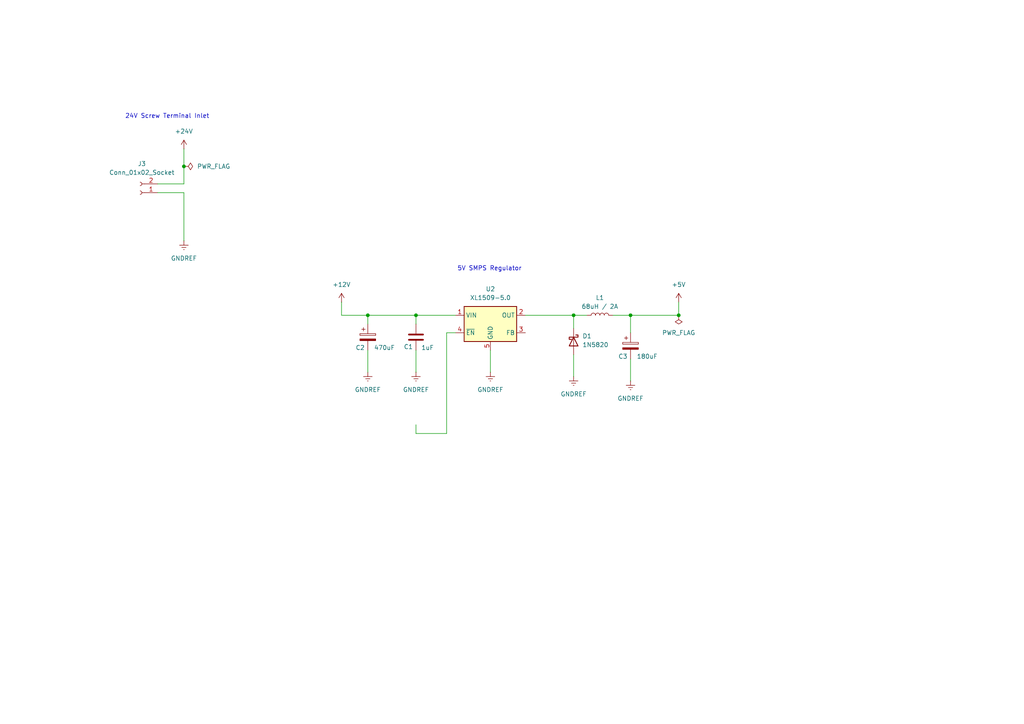
<source format=kicad_sch>
(kicad_sch (version 20250114) (generator "eeschema") (generator_version "9.0")
  (paper "A4")
  (lib_symbols
    (symbol "Connector:Conn_01x02_Socket" (pin_names (offset 1.016) (hide yes))
      (property "Reference" "J" (at 0 2.54 0))
      (property "Value" "Conn_01x02_Socket" (at 0 -5.08 0))
      (symbol "Conn_01x02_Socket_1_1"
        (polyline (pts (xy -1.27 0) (xy -0.508 0)) (stroke (width 0.1524)))
        (polyline (pts (xy -1.27 -2.54) (xy -0.508 -2.54)) (stroke (width 0.1524)))
        (arc (start 0 -0.508) (mid -0.5058 0) (end 0 0.508) (stroke (width 0.1524)))
        (arc (start 0 -3.048) (mid -0.5058 -2.54) (end 0 -2.032) (stroke (width 0.1524)))
        (pin passive line (at -5.08 0 0) (length 3.81) (name "Pin_1") (number "1"))
        (pin passive line (at -5.08 -2.54 0) (length 3.81) (name "Pin_2") (number "2"))
      )
    )
    (symbol "Device:C" (pin_numbers (hide yes)) (pin_names (offset 0.254))
      (property "Reference" "C" (at 0.635 2.54 0))
      (property "Value" "C" (at 0.635 -2.54 0))
      (symbol "C_0_1"
        (polyline (pts (xy -2.032 0.762) (xy 2.032 0.762)) (stroke (width 0.508)))
        (polyline (pts (xy -2.032 -0.762) (xy 2.032 -0.762)) (stroke (width 0.508)))
      )
      (symbol "C_1_1"
        (pin passive line (at 0 3.81 270) (length 2.794) (name "~") (number "1"))
        (pin passive line (at 0 -3.81 90) (length 2.794) (name "~") (number "2"))
      )
    )
    (symbol "Device:C_Polarized" (pin_numbers (hide yes)) (pin_names (offset 0.254))
      (property "Reference" "C" (at 0.635 2.54 0))
      (property "Value" "C_Polarized" (at 0.635 -2.54 0))
      (symbol "C_Polarized_0_1"
        (rectangle (start -2.286 0.508) (end 2.286 1.016))
        (polyline (pts (xy -1.778 2.286) (xy -0.762 2.286)))
        (polyline (pts (xy -1.27 2.794) (xy -1.27 1.778)))
        (rectangle (start 2.286 -0.508) (end -2.286 -1.016) (fill (type outline)))
      )
      (symbol "C_Polarized_1_1"
        (pin passive line (at 0 3.81 270) (length 2.794) (name "~") (number "1"))
        (pin passive line (at 0 -3.81 90) (length 2.794) (name "~") (number "2"))
      )
    )
    (symbol "Device:D_Schottky" (pin_numbers (hide yes)) (pin_names (offset 1.016) (hide yes))
      (property "Reference" "D" (at 0 2.54 0))
      (property "Value" "D_Schottky" (at 0 -2.54 0))
      (symbol "D_Schottky_0_1"
        (polyline (pts (xy -1.905 0.635) (xy -1.905 1.27) (xy -1.27 1.27) (xy -1.27 -1.27) (xy -0.635 -1.27) (xy -0.635 -0.635)) (stroke (width 0.254)))
        (polyline (pts (xy 1.27 1.27) (xy 1.27 -1.27) (xy -1.27 0) (xy 1.27 1.27)) (stroke (width 0.254)))
        (polyline (pts (xy 1.27 0) (xy -1.27 0)))
      )
      (symbol "D_Schottky_1_1"
        (pin passive line (at -3.81 0 0) (length 2.54) (name "K") (number "1"))
        (pin passive line (at 3.81 0 180) (length 2.54) (name "A") (number "2"))
      )
    )
    (symbol "Device:L" (pin_numbers (hide yes)) (pin_names (offset 1.016) (hide yes))
      (property "Reference" "L" (at -1.27 0 90))
      (property "Value" "L" (at 1.905 0 90))
      (symbol "L_0_1"
        (arc (start 0 2.54) (mid 0.6323 1.905) (end 0 1.27))
        (arc (start 0 1.27) (mid 0.6323 0.635) (end 0 0))
        (arc (start 0 0) (mid 0.6323 -0.635) (end 0 -1.27))
        (arc (start 0 -1.27) (mid 0.6323 -1.905) (end 0 -2.54))
      )
      (symbol "L_1_1"
        (pin passive line (at 0 3.81 270) (length 1.27) (name "1") (number "1"))
        (pin passive line (at 0 -3.81 90) (length 1.27) (name "2") (number "2"))
      )
    )
    (symbol "Regulator_Switching:XL1509-5.0"
      (property "Reference" "U" (at -7.112 6.096 0))
      (property "Value" "XL1509-5.0" (at 5.842 6.096 0))
      (symbol "XL1509-5.0_0_1"
        (rectangle (start -7.62 5.08) (end 7.62 -5.08) (stroke (width 0.254)) (fill (type background)))
      )
      (symbol "XL1509-5.0_1_1"
        (pin power_in line (at -10.16 2.54 0) (length 2.54) (name "VIN") (number "1"))
        (pin input line (at -10.16 -2.54 0) (length 2.54) (name "~{EN}") (number "4"))
        (pin power_in line (at 0 -7.62 90) (length 2.54) (name "GND") (number "5"))
        (pin passive line (at 0 -7.62 90) (length 2.54) (hide yes) (name "GND") (number "6"))
        (pin passive line (at 0 -7.62 90) (length 2.54) (hide yes) (name "GND") (number "7"))
        (pin passive line (at 0 -7.62 90) (length 2.54) (hide yes) (name "GND") (number "8"))
        (pin power_out line (at 10.16 2.54 180) (length 2.54) (name "OUT") (number "2"))
        (pin input line (at 10.16 -2.54 180) (length 2.54) (name "FB") (number "3"))
      )
    )
    (symbol "power:+12V" (power) (pin_numbers (hide yes)) (pin_names (offset 0) (hide yes))
      (property "Value" "+12V" (at 0 3.556 0))
      (symbol "+12V_0_1"
        (polyline (pts (xy -0.762 1.27) (xy 0 2.54)))
        (polyline (pts (xy 0 2.54) (xy 0.762 1.27)))
        (polyline (pts (xy 0 0) (xy 0 2.54)))
      )
      (symbol "+12V_1_1"
        (pin power_in line (at 0 0 90) (length 0) (name "~") (number "1"))
      )
    )
    (symbol "power:+24V" (power) (pin_numbers (hide yes)) (pin_names (offset 0) (hide yes))
      (property "Value" "+24V" (at 0 3.556 0))
      (symbol "+24V_0_1"
        (polyline (pts (xy -0.762 1.27) (xy 0 2.54)))
        (polyline (pts (xy 0 2.54) (xy 0.762 1.27)))
        (polyline (pts (xy 0 0) (xy 0 2.54)))
      )
      (symbol "+24V_1_1"
        (pin power_in line (at 0 0 90) (length 0) (name "~") (number "1"))
      )
    )
    (symbol "power:+5V" (power) (pin_numbers (hide yes)) (pin_names (offset 0) (hide yes))
      (property "Value" "+5V" (at 0 3.556 0))
      (symbol "+5V_0_1"
        (polyline (pts (xy -0.762 1.27) (xy 0 2.54)))
        (polyline (pts (xy 0 2.54) (xy 0.762 1.27)))
        (polyline (pts (xy 0 0) (xy 0 2.54)))
      )
      (symbol "+5V_1_1"
        (pin power_in line (at 0 0 90) (length 0) (name "~") (number "1"))
      )
    )
    (symbol "power:GNDREF" (power) (pin_numbers (hide yes)) (pin_names (offset 0) (hide yes))
      (property "Value" "GNDREF" (at 0 -3.81 0))
      (symbol "GNDREF_0_1"
        (polyline (pts (xy -0.635 -1.905) (xy 0.635 -1.905)))
        (polyline (pts (xy -0.127 -2.54) (xy 0.127 -2.54)))
        (polyline (pts (xy 0 -1.27) (xy 0 0)))
        (polyline (pts (xy 1.27 -1.27) (xy -1.27 -1.27)))
      )
      (symbol "GNDREF_1_1"
        (pin power_in line (at 0 0 270) (length 0) (name "~") (number "1"))
      )
    )
    (symbol "power:PWR_FLAG" (power) (pin_numbers (hide yes)) (pin_names (offset 0) (hide yes))
      (property "Value" "PWR_FLAG" (at 0 3.81 0))
      (symbol "PWR_FLAG_0_0"
        (pin power_out line (at 0 0 90) (length 0) (name "~") (number "1"))
      )
      (symbol "PWR_FLAG_0_1"
        (polyline (pts (xy 0 0) (xy 0 1.27) (xy -1.016 1.905) (xy 0 2.54) (xy 1.016 1.905) (xy 0 1.27)))
      )
    )
  )
  (text "5V SMPS Regulator" (at 141.986 77.978 0) (effects (font (size 1.27 1.27))))
  (text "24V Screw Terminal Inlet\n" (at 48.514 33.782 0) (effects (font (size 1.27 1.27))))
  (junction (at 53.34 48.26))
  (junction (at 182.88 91.44))
  (junction (at 166.37 91.44))
  (junction (at 196.85 91.44))
  (junction (at 120.65 91.44))
  (junction (at 106.68 91.44))
  (wire (pts (xy 142.24 101.6) (xy 142.24 107.95)))
  (wire (pts (xy 53.34 55.88) (xy 53.34 69.85)))
  (wire (pts (xy 120.65 123.19) (xy 120.65 125.73)))
  (wire (pts (xy 166.37 102.87) (xy 166.37 109.22)))
  (wire (pts (xy 152.4 91.44) (xy 166.37 91.44)))
  (wire (pts (xy 182.88 91.44) (xy 196.85 91.44)))
  (wire (pts (xy 182.88 91.44) (xy 182.88 96.52)))
  (wire (pts (xy 166.37 91.44) (xy 170.18 91.44)))
  (wire (pts (xy 45.72 55.88) (xy 53.34 55.88)))
  (wire (pts (xy 120.65 101.6) (xy 120.65 107.95)))
  (wire (pts (xy 120.65 91.44) (xy 120.65 93.98)))
  (wire (pts (xy 106.68 91.44) (xy 106.68 93.98)))
  (wire (pts (xy 182.88 104.14) (xy 182.88 110.49)))
  (wire (pts (xy 177.8 91.44) (xy 182.88 91.44)))
  (wire (pts (xy 120.65 91.44) (xy 132.08 91.44)))
  (wire (pts (xy 166.37 91.44) (xy 166.37 95.25)))
  (wire (pts (xy 129.54 96.52) (xy 129.54 125.73)))
  (wire (pts (xy 45.72 53.34) (xy 53.34 53.34)))
  (wire (pts (xy 132.08 96.52) (xy 129.54 96.52)))
  (wire (pts (xy 106.68 101.6) (xy 106.68 107.95)))
  (wire (pts (xy 53.34 48.26) (xy 53.34 53.34)))
  (wire (pts (xy 53.34 43.18) (xy 53.34 48.26)))
  (wire (pts (xy 196.85 87.63) (xy 196.85 91.44)))
  (wire (pts (xy 129.54 125.73) (xy 120.65 125.73)))
  (wire (pts (xy 99.06 87.63) (xy 99.06 91.44)))
  (wire (pts (xy 106.68 91.44) (xy 120.65 91.44)))
  (wire (pts (xy 99.06 91.44) (xy 106.68 91.44)))
  (symbol (lib_id "power:+12V") (at 99.06 87.63 0) (unit 1)
    (property "Reference" "#PWR017" (effects (hide yes)))
    (property "Value" "+12V" (at 99.06 82.55 0))
    (property "Description" "Power symbol creates a global label with name \"+12V\"" (effects (hide yes)))
  )
  (symbol (lib_id "power:+24V") (at 53.34 43.18 0) (unit 1)
    (property "Reference" "#PWR06" (effects (hide yes)))
    (property "Value" "+24V" (at 53.34 38.1 0))
    (property "Description" "Power symbol creates a global label with name \"+24V\"" (effects (hide yes)))
  )
  (symbol (lib_id "power:GNDREF") (at 120.65 107.95 0) (unit 1)
    (property "Reference" "#PWR012" (effects (hide yes)))
    (property "Value" "GNDREF" (at 120.65 113.03 0))
    (property "Description" "Power symbol creates a global label with name \"GNDREF\" , reference supply ground" (effects (hide yes)))
  )
  (symbol (lib_id "Connector:Conn_01x02_Socket") (at 40.64 55.88 180) (unit 1)
    (property "Reference" "J3" (at 41.148 47.498 0))
    (property "Value" "Conn_01x02_Socket" (at 41.148 50.038 0))
    (property "Description" "Generic connector, single row, 01x02, script generated" (effects (hide yes)))
  )
  (symbol (lib_id "power:PWR_FLAG") (at 196.85 91.44 180) (unit 1)
    (property "Reference" "#FLG02" (effects (hide yes)))
    (property "Value" "PWR_FLAG" (at 196.85 96.52 0))
    (property "Description" "Special symbol for telling ERC where power comes from" (effects (hide yes)))
  )
  (symbol (lib_id "Regulator_Switching:XL1509-5.0") (at 142.24 93.98 0) (unit 1)
    (property "Reference" "U2" (at 142.24 83.82 0))
    (property "Value" "XL1509-5.0" (at 142.24 86.36 0))
    (property "Footprint" "Package_SO:SOIC-8_3.9x4.9mm_P1.27mm" (effects (hide yes)))
    (property "Datasheet" "https://datasheet.lcsc.com/lcsc/1809050422_XLSEMI-XL1509-5-0E1_C61063.pdf" (effects (hide yes)))
    (property "Description" "Buck DC/DC Converter, 2A, 5V Output Voltage, 7-40V Input Voltage" (effects (hide yes)))
  )
  (symbol (lib_id "Device:C_Polarized") (at 106.68 97.79 0) (unit 1)
    (property "Reference" "C2" (at 103.124 100.838 0) (effects (justify left)))
    (property "Value" "470uF" (at 108.458 100.838 0) (effects (justify left)))
    (property "Description" "Polarized capacitor" (effects (hide yes)))
  )
  (symbol (lib_id "power:GNDREF") (at 166.37 109.22 0) (unit 1)
    (property "Reference" "#PWR014" (effects (hide yes)))
    (property "Value" "GNDREF" (at 166.37 114.3 0))
    (property "Description" "Power symbol creates a global label with name \"GNDREF\" , reference supply ground" (effects (hide yes)))
  )
  (symbol (lib_id "power:GNDREF") (at 106.68 107.95 0) (unit 1)
    (property "Reference" "#PWR011" (effects (hide yes)))
    (property "Value" "GNDREF" (at 106.68 113.03 0))
    (property "Description" "Power symbol creates a global label with name \"GNDREF\" , reference supply ground" (effects (hide yes)))
  )
  (symbol (lib_id "Device:C_Polarized") (at 182.88 100.33 0) (unit 1)
    (property "Reference" "C3" (at 179.324 103.378 0) (effects (justify left)))
    (property "Value" "180uF" (at 184.658 103.378 0) (effects (justify left)))
    (property "Description" "Polarized capacitor" (effects (hide yes)))
  )
  (symbol (lib_id "power:+5V") (at 196.85 87.63 0) (unit 1)
    (property "Reference" "#PWR016" (effects (hide yes)))
    (property "Value" "+5V" (at 196.85 82.55 0))
    (property "Description" "Power symbol creates a global label with name \"+5V\"" (effects (hide yes)))
  )
  (symbol (lib_id "power:PWR_FLAG") (at 53.34 48.26 270) (unit 1)
    (property "Reference" "#FLG01" (effects (hide yes)))
    (property "Value" "PWR_FLAG" (at 57.15 48.2599 90) (effects (justify left)))
    (property "Description" "Special symbol for telling ERC where power comes from" (effects (hide yes)))
  )
  (symbol (lib_id "Device:L") (at 173.99 91.44 90) (unit 1)
    (property "Reference" "L1" (at 173.99 86.36 90))
    (property "Value" "68uH / 2A" (at 173.99 88.9 90))
    (property "Description" "Inductor" (effects (hide yes)))
  )
  (symbol (lib_id "power:GNDREF") (at 142.24 107.95 0) (unit 1)
    (property "Reference" "#PWR013" (effects (hide yes)))
    (property "Value" "GNDREF" (at 142.24 113.03 0))
    (property "Description" "Power symbol creates a global label with name \"GNDREF\" , reference supply ground" (effects (hide yes)))
  )
  (symbol (lib_id "Device:C") (at 120.65 97.79 0) (unit 1)
    (property "Reference" "C1" (at 117.094 100.584 0) (effects (justify left)))
    (property "Value" "1uF" (at 122.174 100.838 0) (effects (justify left)))
    (property "Description" "Unpolarized capacitor" (effects (hide yes)))
  )
  (symbol (lib_id "Device:D_Schottky") (at 166.37 99.06 270) (unit 1)
    (property "Reference" "D1" (at 168.91 97.4724 90) (effects (justify left)))
    (property "Value" "1N5820" (at 168.91 100.0124 90) (effects (justify left)))
    (property "Description" "Schottky diode" (effects (hide yes)))
  )
  (symbol (lib_id "power:GNDREF") (at 182.88 110.49 0) (unit 1)
    (property "Reference" "#PWR015" (effects (hide yes)))
    (property "Value" "GNDREF" (at 182.88 115.57 0))
    (property "Description" "Power symbol creates a global label with name \"GNDREF\" , reference supply ground" (effects (hide yes)))
  )
  (symbol (lib_id "power:GNDREF") (at 53.34 69.85 0) (unit 1)
    (property "Reference" "#PWR07" (effects (hide yes)))
    (property "Value" "GNDREF" (at 53.34 74.93 0))
    (property "Description" "Power symbol creates a global label with name \"GNDREF\" , reference supply ground" (effects (hide yes)))
  )
)
</source>
